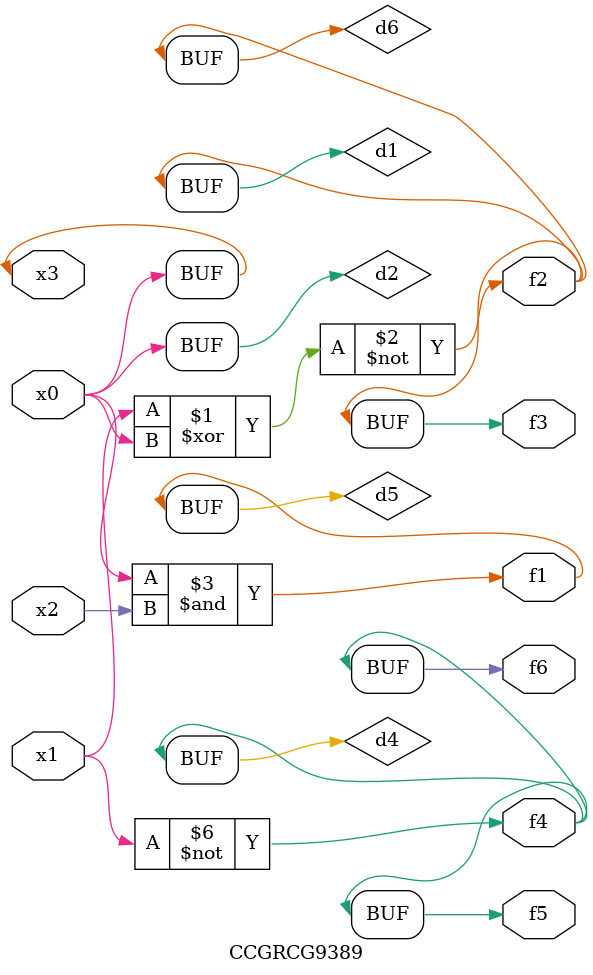
<source format=v>
module CCGRCG9389(
	input x0, x1, x2, x3,
	output f1, f2, f3, f4, f5, f6
);

	wire d1, d2, d3, d4, d5, d6;

	xnor (d1, x1, x3);
	buf (d2, x0, x3);
	nand (d3, x0, x2);
	not (d4, x1);
	nand (d5, d3);
	or (d6, d1);
	assign f1 = d5;
	assign f2 = d6;
	assign f3 = d6;
	assign f4 = d4;
	assign f5 = d4;
	assign f6 = d4;
endmodule

</source>
